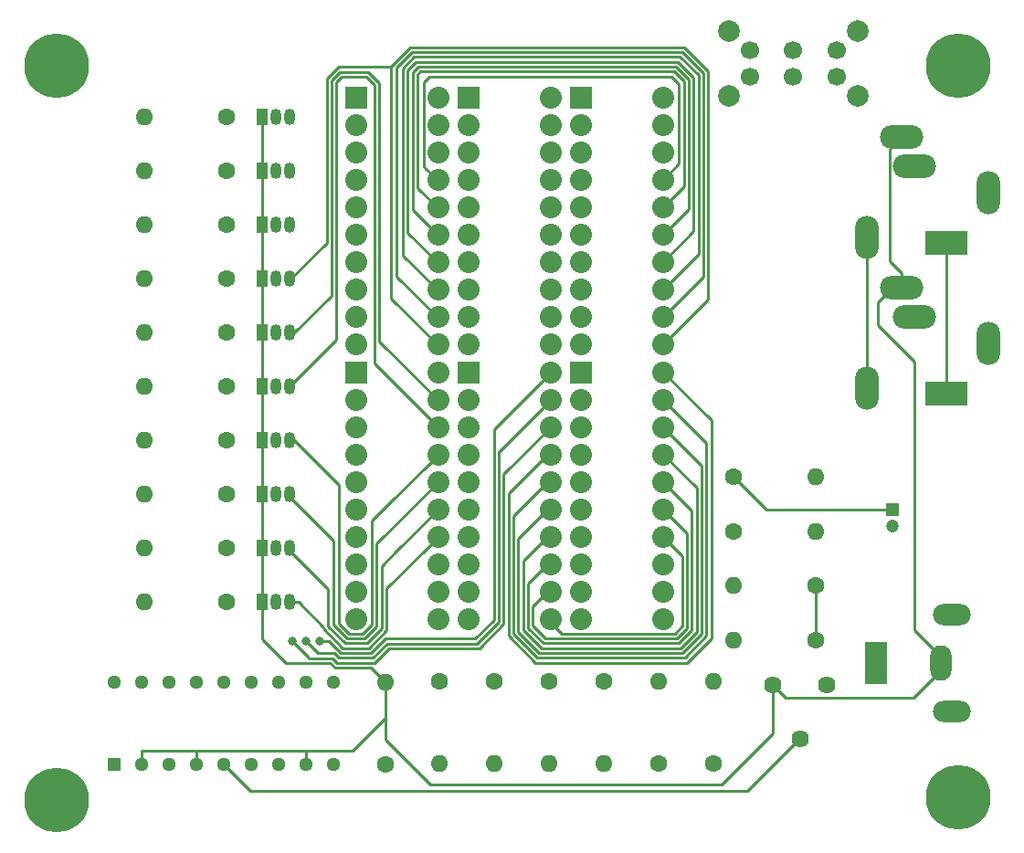
<source format=gbl>
G04 #@! TF.GenerationSoftware,KiCad,Pcbnew,(5.1.0)-1*
G04 #@! TF.CreationDate,2019-05-23T23:37:30-04:00*
G04 #@! TF.ProjectId,KITT Voicebox 12v,4b495454-2056-46f6-9963-65626f782031,rev?*
G04 #@! TF.SameCoordinates,Original*
G04 #@! TF.FileFunction,Copper,L2,Bot*
G04 #@! TF.FilePolarity,Positive*
%FSLAX46Y46*%
G04 Gerber Fmt 4.6, Leading zero omitted, Abs format (unit mm)*
G04 Created by KiCad (PCBNEW (5.1.0)-1) date 2019-05-23 23:37:30*
%MOMM*%
%LPD*%
G04 APERTURE LIST*
%ADD10C,1.700000*%
%ADD11C,2.000000*%
%ADD12C,1.620000*%
%ADD13C,6.000000*%
%ADD14O,1.600000X1.600000*%
%ADD15C,1.600000*%
%ADD16R,1.050000X1.500000*%
%ADD17O,1.050000X1.500000*%
%ADD18C,2.032000*%
%ADD19R,2.032000X2.032000*%
%ADD20R,1.200000X1.200000*%
%ADD21C,1.200000*%
%ADD22R,4.000000X2.200000*%
%ADD23O,2.200000X4.000000*%
%ADD24O,4.000000X2.200000*%
%ADD25R,2.000000X4.000000*%
%ADD26O,2.000000X3.300000*%
%ADD27O,3.500000X2.000000*%
%ADD28R,1.298000X1.298000*%
%ADD29C,1.298000*%
%ADD30C,0.800000*%
%ADD31C,0.250000*%
G04 APERTURE END LIST*
D10*
X169544000Y-48808000D03*
X165544000Y-48808000D03*
X161544000Y-48808000D03*
X169544000Y-51308000D03*
X165544000Y-51308000D03*
X161544000Y-51308000D03*
D11*
X159544000Y-47058000D03*
X171544000Y-47058000D03*
X171544000Y-53058000D03*
X159544000Y-53058000D03*
D12*
X168656000Y-107696000D03*
X166156000Y-112696000D03*
X163656000Y-107696000D03*
D13*
X180848000Y-118110000D03*
X180848000Y-50292000D03*
D14*
X105410000Y-70000000D03*
D15*
X113030000Y-70000000D03*
D16*
X116350000Y-75000000D03*
D17*
X118890000Y-75000000D03*
X117620000Y-75000000D03*
D13*
X97282000Y-118364000D03*
X97282000Y-50292000D03*
D18*
X143060000Y-78700000D03*
X143060000Y-81240000D03*
X143060000Y-83780000D03*
X143060000Y-86320000D03*
X135440000Y-99020000D03*
X135440000Y-101560000D03*
X143060000Y-101560000D03*
X143060000Y-99020000D03*
X135440000Y-96480000D03*
X135440000Y-93940000D03*
X135440000Y-91400000D03*
X135440000Y-88860000D03*
X143060000Y-88860000D03*
X143060000Y-91400000D03*
X143060000Y-93940000D03*
X143060000Y-96480000D03*
X135440000Y-86320000D03*
X135440000Y-83780000D03*
X135440000Y-81240000D03*
D19*
X135440000Y-78700000D03*
D15*
X132715000Y-107315000D03*
D14*
X132715000Y-114935000D03*
D19*
X125000000Y-53190000D03*
D18*
X125000000Y-55730000D03*
X125000000Y-58270000D03*
X125000000Y-60810000D03*
X132620000Y-70970000D03*
X132620000Y-68430000D03*
X132620000Y-65890000D03*
X132620000Y-63350000D03*
X125000000Y-63350000D03*
X125000000Y-65890000D03*
X125000000Y-68430000D03*
X125000000Y-70970000D03*
X132620000Y-73510000D03*
X132620000Y-76050000D03*
X125000000Y-76050000D03*
X125000000Y-73510000D03*
X132620000Y-60810000D03*
X132620000Y-58270000D03*
X132620000Y-55730000D03*
X132620000Y-53190000D03*
D19*
X135440000Y-53190000D03*
D18*
X135440000Y-55730000D03*
X135440000Y-58270000D03*
X135440000Y-60810000D03*
X143060000Y-70970000D03*
X143060000Y-68430000D03*
X143060000Y-65890000D03*
X143060000Y-63350000D03*
X135440000Y-63350000D03*
X135440000Y-65890000D03*
X135440000Y-68430000D03*
X135440000Y-70970000D03*
X143060000Y-73510000D03*
X143060000Y-76050000D03*
X135440000Y-76050000D03*
X135440000Y-73510000D03*
X143060000Y-60810000D03*
X143060000Y-58270000D03*
X143060000Y-55730000D03*
X143060000Y-53190000D03*
D17*
X117620000Y-80000000D03*
X118890000Y-80000000D03*
D16*
X116350000Y-80000000D03*
D18*
X132620000Y-78700000D03*
X132620000Y-81240000D03*
X132620000Y-83780000D03*
X132620000Y-86320000D03*
X125000000Y-99020000D03*
X125000000Y-101560000D03*
X132620000Y-101560000D03*
X132620000Y-99020000D03*
X125000000Y-96480000D03*
X125000000Y-93940000D03*
X125000000Y-91400000D03*
X125000000Y-88860000D03*
X132620000Y-88860000D03*
X132620000Y-91400000D03*
X132620000Y-93940000D03*
X132620000Y-96480000D03*
X125000000Y-86320000D03*
X125000000Y-83780000D03*
X125000000Y-81240000D03*
D19*
X125000000Y-78700000D03*
X145880000Y-53190000D03*
D18*
X145880000Y-55730000D03*
X145880000Y-58270000D03*
X145880000Y-60810000D03*
X153500000Y-70970000D03*
X153500000Y-68430000D03*
X153500000Y-65890000D03*
X153500000Y-63350000D03*
X145880000Y-63350000D03*
X145880000Y-65890000D03*
X145880000Y-68430000D03*
X145880000Y-70970000D03*
X153500000Y-73510000D03*
X153500000Y-76050000D03*
X145880000Y-76050000D03*
X145880000Y-73510000D03*
X153500000Y-60810000D03*
X153500000Y-58270000D03*
X153500000Y-55730000D03*
X153500000Y-53190000D03*
X153500000Y-78700000D03*
X153500000Y-81240000D03*
X153500000Y-83780000D03*
X153500000Y-86320000D03*
X145880000Y-99020000D03*
X145880000Y-101560000D03*
X153500000Y-101560000D03*
X153500000Y-99020000D03*
X145880000Y-96480000D03*
X145880000Y-93940000D03*
X145880000Y-91400000D03*
X145880000Y-88860000D03*
X153500000Y-88860000D03*
X153500000Y-91400000D03*
X153500000Y-93940000D03*
X153500000Y-96480000D03*
X145880000Y-86320000D03*
X145880000Y-83780000D03*
X145880000Y-81240000D03*
D19*
X145880000Y-78700000D03*
D20*
X174752000Y-91440000D03*
D21*
X174752000Y-92940000D03*
D22*
X179705000Y-80645000D03*
D23*
X172405000Y-80145000D03*
D24*
X176805000Y-73545000D03*
X175605000Y-70845000D03*
D23*
X183605000Y-76045000D03*
X183605000Y-62075000D03*
D24*
X175605000Y-56875000D03*
X176805000Y-59575000D03*
D23*
X172405000Y-66175000D03*
D22*
X179705000Y-66675000D03*
D25*
X173228000Y-105664000D03*
D26*
X179228000Y-105664000D03*
D27*
X180228000Y-101164000D03*
X180228000Y-110164000D03*
D16*
X116350000Y-55000000D03*
D17*
X118890000Y-55000000D03*
X117620000Y-55000000D03*
X117620000Y-60000000D03*
X118890000Y-60000000D03*
D16*
X116350000Y-60000000D03*
X116350000Y-65000000D03*
D17*
X118890000Y-65000000D03*
X117620000Y-65000000D03*
X117620000Y-70000000D03*
X118890000Y-70000000D03*
D16*
X116350000Y-70000000D03*
X116350000Y-85000000D03*
D17*
X118890000Y-85000000D03*
X117620000Y-85000000D03*
X117620000Y-90000000D03*
X118890000Y-90000000D03*
D16*
X116350000Y-90000000D03*
X116350000Y-95000000D03*
D17*
X118890000Y-95000000D03*
X117620000Y-95000000D03*
X117620000Y-100000000D03*
X118890000Y-100000000D03*
D16*
X116350000Y-100000000D03*
D14*
X167640000Y-93472000D03*
D15*
X160020000Y-93472000D03*
X160020000Y-88392000D03*
D14*
X167640000Y-88392000D03*
D15*
X127762000Y-115062000D03*
D14*
X127762000Y-107442000D03*
D15*
X113030000Y-55000000D03*
D14*
X105410000Y-55000000D03*
X105410000Y-60000000D03*
D15*
X113030000Y-60000000D03*
X113030000Y-65000000D03*
D14*
X105410000Y-65000000D03*
D15*
X113030000Y-75000000D03*
D14*
X105410000Y-75000000D03*
X105410000Y-80010000D03*
D15*
X113030000Y-80010000D03*
X113030000Y-85000000D03*
D14*
X105410000Y-85000000D03*
X105410000Y-90000000D03*
D15*
X113030000Y-90000000D03*
X113030000Y-95000000D03*
D14*
X105410000Y-95000000D03*
X105410000Y-100000000D03*
D15*
X113030000Y-100000000D03*
X167640000Y-98425000D03*
D14*
X160020000Y-98425000D03*
X158115000Y-107315000D03*
D15*
X158115000Y-114935000D03*
D14*
X142875000Y-114935000D03*
D15*
X142875000Y-107315000D03*
D14*
X160020000Y-103505000D03*
D15*
X167640000Y-103505000D03*
D14*
X137795000Y-114935000D03*
D15*
X137795000Y-107315000D03*
X153035000Y-114935000D03*
D14*
X153035000Y-107315000D03*
D15*
X147955000Y-107315000D03*
D14*
X147955000Y-114935000D03*
D28*
X102616000Y-115062000D03*
D29*
X105156000Y-115062000D03*
X107696000Y-115062000D03*
X110236000Y-115062000D03*
X112776000Y-115062000D03*
X115316000Y-115062000D03*
X117856000Y-115062000D03*
X120396000Y-115062000D03*
X122936000Y-115062000D03*
X122936000Y-107442000D03*
X120396000Y-107442000D03*
X117856000Y-107442000D03*
X115316000Y-107442000D03*
X112776000Y-107442000D03*
X110236000Y-107442000D03*
X107696000Y-107442000D03*
X105156000Y-107442000D03*
X102616000Y-107442000D03*
D30*
X119126000Y-103632000D03*
X120396000Y-103632000D03*
X121666000Y-103632000D03*
D31*
X129349960Y-67849960D02*
X129349960Y-66999960D01*
X132620000Y-71120000D02*
X129349960Y-67849960D01*
X129349960Y-67009960D02*
X129349960Y-66999960D01*
X156751039Y-51901809D02*
X156751041Y-52268959D01*
X156751041Y-51901807D02*
X156751039Y-51901809D01*
X129349960Y-50489718D02*
X130390715Y-49448963D01*
X129349960Y-66999960D02*
X129349960Y-50489718D01*
X130390715Y-49448963D02*
X130861037Y-49448963D01*
X130861037Y-49448963D02*
X130861041Y-49448959D01*
X130861041Y-49448959D02*
X155048189Y-49448959D01*
X156751041Y-51151811D02*
X156751041Y-51901807D01*
X155048189Y-49448959D02*
X156751041Y-51151811D01*
X156751041Y-52268959D02*
X156751041Y-66441041D01*
X140068969Y-94091031D02*
X142760000Y-91400000D01*
X157051038Y-102949284D02*
X155299281Y-104701041D01*
X155299281Y-104701041D02*
X142007129Y-104701041D01*
X142007129Y-104701041D02*
X140068969Y-102762881D01*
X140068969Y-102762881D02*
X140068969Y-94091031D01*
X157051038Y-87331038D02*
X153500000Y-83780000D01*
X157051038Y-102949284D02*
X157051038Y-87331038D01*
X156751041Y-67718959D02*
X156751041Y-67058959D01*
X153500000Y-70970000D02*
X156751041Y-67718959D01*
X156751041Y-67468959D02*
X156751041Y-67058959D01*
X156751041Y-67058959D02*
X156751041Y-66441041D01*
X118890000Y-80000000D02*
X118890000Y-80225000D01*
X123190000Y-75692000D02*
X118890000Y-79992000D01*
X126746000Y-77906000D02*
X126746000Y-52070000D01*
X132620000Y-83780000D02*
X126746000Y-77906000D01*
X118890000Y-79992000D02*
X118890000Y-80000000D01*
X126746000Y-52070000D02*
X125984000Y-51308000D01*
X125984000Y-51308000D02*
X123698000Y-51308000D01*
X123698000Y-51308000D02*
X123190000Y-51816000D01*
X123190000Y-51816000D02*
X123190000Y-75692000D01*
X129799970Y-65759970D02*
X129799970Y-64779970D01*
X132620000Y-68580000D02*
X129799970Y-65759970D01*
X129799970Y-64919970D02*
X129799970Y-64779970D01*
X131417116Y-49898972D02*
X130577116Y-49898972D01*
X131558969Y-49898969D02*
X131417116Y-49898972D01*
X129799970Y-51770030D02*
X129799970Y-64779970D01*
X130577116Y-49898972D02*
X129799970Y-50676118D01*
X129799970Y-50676118D02*
X129799970Y-51770030D01*
X156300030Y-57216118D02*
X156301031Y-57217119D01*
X156301030Y-57082882D02*
X156300030Y-57083882D01*
X156300030Y-57083882D02*
X156300030Y-57216118D01*
X156300030Y-54676118D02*
X156301031Y-54677119D01*
X156301031Y-54677119D02*
X156301030Y-57082882D01*
X156300030Y-54543882D02*
X156300030Y-54676118D01*
X131111028Y-49898972D02*
X131111031Y-49898969D01*
X130577116Y-49898972D02*
X131111028Y-49898972D01*
X131111031Y-49898969D02*
X154861789Y-49898969D01*
X154861789Y-49898969D02*
X156301030Y-51338210D01*
X156301030Y-51338210D02*
X156301030Y-54542882D01*
X156301030Y-54542882D02*
X156300030Y-54543882D01*
X156301031Y-65378969D02*
X156301031Y-64471031D01*
X140518979Y-96181021D02*
X142760000Y-93940000D01*
X140518979Y-102576481D02*
X140518979Y-96181021D01*
X142193529Y-104251031D02*
X140518979Y-102576481D01*
X155112881Y-104251031D02*
X142193529Y-104251031D01*
X156601029Y-102762883D02*
X155112881Y-104251031D01*
X156601029Y-89421029D02*
X156601029Y-90011029D01*
X153500000Y-86320000D02*
X156601029Y-89421029D01*
X156601029Y-90011029D02*
X156601029Y-102762883D01*
X156301031Y-65628969D02*
X156301031Y-64061031D01*
X153500000Y-68430000D02*
X156301031Y-65628969D01*
X156301031Y-57217119D02*
X156301031Y-64061031D01*
X156301031Y-64061031D02*
X156301031Y-64471031D01*
X118890000Y-85000000D02*
X118890000Y-85225000D01*
X131604001Y-87335999D02*
X132620000Y-86320000D01*
X128266000Y-90674000D02*
X131604001Y-87335999D01*
X127691031Y-91248969D02*
X128266000Y-90674000D01*
X119290000Y-85000000D02*
X118890000Y-85000000D01*
X123444000Y-89154000D02*
X119290000Y-85000000D01*
X123444000Y-101988682D02*
X123444000Y-89154000D01*
X128266000Y-90682000D02*
X126492000Y-92456000D01*
X128266000Y-90674000D02*
X128266000Y-90682000D01*
X126492000Y-102052682D02*
X125643681Y-102901001D01*
X125643681Y-102901001D02*
X124356319Y-102901001D01*
X126492000Y-92456000D02*
X126492000Y-102052682D01*
X124356319Y-102901001D02*
X123444000Y-101988682D01*
X130249980Y-63669980D02*
X132620000Y-66040000D01*
X130249980Y-50862518D02*
X130249980Y-63669980D01*
X137548801Y-50348979D02*
X130763517Y-50348981D01*
X130763517Y-50348981D02*
X130249980Y-50862518D01*
X155850020Y-57402518D02*
X155851021Y-57403519D01*
X155850020Y-56897482D02*
X155850020Y-57402518D01*
X155851021Y-56896481D02*
X155850020Y-56897482D01*
X154675389Y-50348979D02*
X155851021Y-51524611D01*
X136028801Y-50348979D02*
X154675389Y-50348979D01*
X155851021Y-51524611D02*
X155851021Y-54356481D01*
X155851021Y-54863519D02*
X155851021Y-56896481D01*
X155851021Y-54356481D02*
X155850020Y-54357482D01*
X155850020Y-54357482D02*
X155850020Y-54862518D01*
X155850020Y-54862518D02*
X155851021Y-54863519D01*
X155851021Y-63288979D02*
X155851021Y-62688979D01*
X140968989Y-98271011D02*
X142760000Y-96480000D01*
X140968989Y-102390081D02*
X140968989Y-98271011D01*
X142379929Y-103801021D02*
X140968989Y-102390081D01*
X154926481Y-103801021D02*
X142379929Y-103801021D01*
X156151020Y-102576482D02*
X154926481Y-103801021D01*
X156151020Y-91511020D02*
X156151020Y-91878980D01*
X153500000Y-88860000D02*
X156151020Y-91511020D01*
X156151020Y-91778980D02*
X156151020Y-91878980D01*
X156151020Y-91878980D02*
X156151020Y-102576482D01*
X155851021Y-63538979D02*
X155851021Y-62448979D01*
X153500000Y-65890000D02*
X155851021Y-63538979D01*
X155851021Y-57403519D02*
X155851021Y-62448979D01*
X155851021Y-62448979D02*
X155851021Y-62688979D01*
X118890000Y-90000000D02*
X118890000Y-90225000D01*
X124169918Y-103351010D02*
X122936000Y-102117092D01*
X125830081Y-103351011D02*
X124169918Y-103351010D01*
X126942009Y-102239083D02*
X125830081Y-103351011D01*
X132620000Y-88860000D02*
X126942009Y-94537991D01*
X126942009Y-94537991D02*
X126942009Y-102239083D01*
X122936000Y-94271000D02*
X121774500Y-93109500D01*
X122936000Y-102117092D02*
X122936000Y-94271000D01*
X118890000Y-90225000D02*
X121774500Y-93109500D01*
X121774500Y-93109500D02*
X121858959Y-93193959D01*
X130699990Y-61579990D02*
X130880000Y-61760000D01*
X130880000Y-61760000D02*
X132620000Y-63500000D01*
X130699991Y-51080009D02*
X130709991Y-51080009D01*
X130699991Y-61579991D02*
X130880000Y-61760000D01*
X130699991Y-51170009D02*
X130699991Y-61579991D01*
X130709991Y-51160009D02*
X130699991Y-51170009D01*
X130709991Y-51080009D02*
X130709991Y-51160009D01*
X155400010Y-57588918D02*
X155401011Y-57589919D01*
X155401011Y-56710081D02*
X155400010Y-56711082D01*
X155401011Y-55049919D02*
X155401011Y-56710081D01*
X155400010Y-55048918D02*
X155401011Y-55049919D01*
X155400010Y-56711082D02*
X155400010Y-57588918D01*
X130709991Y-51080009D02*
X130991011Y-50798989D01*
X154488989Y-50798989D02*
X155401011Y-51711011D01*
X155401011Y-51711011D02*
X155401011Y-54170081D01*
X130991011Y-50798989D02*
X154488989Y-50798989D01*
X155401011Y-54170081D02*
X155400010Y-54171082D01*
X155400010Y-54171082D02*
X155400010Y-55048918D01*
X155401011Y-61198989D02*
X155401011Y-60611011D01*
X141418999Y-100361001D02*
X142760000Y-99020000D01*
X141418999Y-102203681D02*
X141418999Y-100361001D01*
X142566329Y-103351011D02*
X141418999Y-102203681D01*
X154740081Y-103351011D02*
X142566329Y-103351011D01*
X155701011Y-102390081D02*
X154740081Y-103351011D01*
X155701011Y-93601011D02*
X155701011Y-94228989D01*
X153500000Y-91400000D02*
X155701011Y-93601011D01*
X155701011Y-93921011D02*
X155701011Y-94228989D01*
X155701011Y-94228989D02*
X155701011Y-102390081D01*
X155401011Y-61448989D02*
X155401011Y-60088989D01*
X153500000Y-63350000D02*
X155401011Y-61448989D01*
X155401011Y-57589919D02*
X155401011Y-60088989D01*
X155401011Y-60088989D02*
X155401011Y-60611011D01*
X118890000Y-95000000D02*
X118890000Y-95225000D01*
X132620000Y-91400000D02*
X128774000Y-95246000D01*
X123983517Y-103801019D02*
X122428000Y-102245502D01*
X128774000Y-95246000D02*
X128591050Y-95428950D01*
X127392018Y-96627982D02*
X127392018Y-102425484D01*
X128774000Y-95246000D02*
X127392018Y-96627982D01*
X127392018Y-102425484D02*
X126016480Y-103801020D01*
X126016480Y-103801020D02*
X123983517Y-103801019D01*
X122428000Y-98763000D02*
X121179500Y-97514500D01*
X122428000Y-102245502D02*
X122428000Y-98763000D01*
X118890000Y-95225000D02*
X121179500Y-97514500D01*
X121179500Y-97514500D02*
X121408950Y-97743950D01*
X139618960Y-92001040D02*
X142760000Y-88860000D01*
X139618960Y-102949282D02*
X139618960Y-92001040D01*
X128750000Y-69790000D02*
X128750000Y-68520000D01*
X132620000Y-73660000D02*
X128750000Y-69790000D01*
X128750000Y-68520000D02*
X128750000Y-68950000D01*
X142580729Y-105151051D02*
X141820729Y-105151051D01*
X139618960Y-102949282D02*
X141820729Y-105151051D01*
X128750000Y-51203268D02*
X128750000Y-68520000D01*
X128750000Y-50453268D02*
X128750000Y-51203268D01*
X138108001Y-48998949D02*
X130204318Y-48998950D01*
X130204318Y-48998950D02*
X128750000Y-50453268D01*
X136588001Y-48998949D02*
X155234588Y-48998949D01*
X155234588Y-48998949D02*
X157201051Y-50965412D01*
X157201051Y-50965412D02*
X157201051Y-68231051D01*
X142440729Y-105151051D02*
X155485681Y-105151051D01*
X155485681Y-105151051D02*
X157501048Y-103135684D01*
X157501048Y-85241048D02*
X157501048Y-85788952D01*
X153500000Y-81240000D02*
X157501048Y-85241048D01*
X157501048Y-103135684D02*
X157501048Y-85788952D01*
X157201051Y-69808949D02*
X157201051Y-69168949D01*
X153500000Y-73510000D02*
X157201051Y-69808949D01*
X157201051Y-69558949D02*
X157201051Y-69168949D01*
X157201051Y-69168949D02*
X157201051Y-68231051D01*
X118890000Y-75000000D02*
X118890000Y-75225000D01*
X119310000Y-75000000D02*
X118890000Y-75000000D01*
X132620000Y-81240000D02*
X127196010Y-75816010D01*
X127196009Y-51883599D02*
X126170400Y-50857990D01*
X126170400Y-50857990D02*
X123511599Y-50857991D01*
X122739990Y-71570010D02*
X119310000Y-75000000D01*
X127196010Y-75816010D02*
X127196009Y-51883599D01*
X123511599Y-50857991D02*
X122739990Y-51629600D01*
X122739990Y-51629600D02*
X122739990Y-71570010D01*
X118890000Y-70000000D02*
X118890000Y-70225000D01*
X128250000Y-71830000D02*
X132620000Y-76200000D01*
X128250000Y-50316858D02*
X128250000Y-71830000D01*
X138294401Y-48548939D02*
X130017917Y-48548941D01*
X130017917Y-48548941D02*
X128250000Y-50316858D01*
X157651060Y-50779011D02*
X157651061Y-51061061D01*
X136774401Y-48548939D02*
X155420988Y-48548939D01*
X155420988Y-48548939D02*
X157651060Y-50779011D01*
X157651061Y-51061061D02*
X157651061Y-70308939D01*
X139168950Y-103135682D02*
X139168950Y-89911050D01*
X141634329Y-105601061D02*
X139168950Y-103135682D01*
X155672081Y-105601061D02*
X141634329Y-105601061D01*
X157951057Y-103322085D02*
X155672081Y-105601061D01*
X157951057Y-83151057D02*
X157951057Y-83821057D01*
X153500000Y-78700000D02*
X157951057Y-83151057D01*
X157951057Y-83218943D02*
X157951057Y-83821057D01*
X157951057Y-83821057D02*
X157951057Y-103322085D01*
X157651061Y-71898939D02*
X157651061Y-70838939D01*
X153500000Y-76050000D02*
X157651061Y-71898939D01*
X157651061Y-71648939D02*
X157651061Y-70838939D01*
X157651061Y-70838939D02*
X157651061Y-70308939D01*
X139168950Y-89911050D02*
X142760000Y-86320000D01*
X118976000Y-70000000D02*
X118890000Y-70000000D01*
X122289980Y-66686020D02*
X118976000Y-70000000D01*
X122289980Y-51443200D02*
X122289980Y-66686020D01*
X128250000Y-50316858D02*
X123416322Y-50316858D01*
X123416322Y-50316858D02*
X122289980Y-51443200D01*
X131278999Y-59618999D02*
X131430000Y-59770000D01*
X131430000Y-59770000D02*
X132620000Y-60960000D01*
X131278999Y-52828999D02*
X131278999Y-59618999D01*
X131278999Y-52828999D02*
X131278999Y-52698999D01*
X131278999Y-52698999D02*
X131278999Y-52501001D01*
X154950000Y-57775318D02*
X154951001Y-57776319D01*
X154950000Y-56524682D02*
X154950000Y-57775318D01*
X154951001Y-56523681D02*
X154950000Y-56524682D01*
X154951001Y-55236319D02*
X154951001Y-56523681D01*
X154950000Y-55235318D02*
X154951001Y-55236319D01*
X154950000Y-53984682D02*
X154950000Y-55235318D01*
X131278999Y-51751001D02*
X131781001Y-51248999D01*
X131278999Y-52698999D02*
X131278999Y-51751001D01*
X131781001Y-51248999D02*
X154253681Y-51248999D01*
X154253681Y-51248999D02*
X154951001Y-51946319D01*
X154951001Y-51946319D02*
X154951001Y-53983681D01*
X154951001Y-53983681D02*
X154950000Y-53984682D01*
X154951001Y-57776319D02*
X154951001Y-58161001D01*
X155246319Y-102203681D02*
X154548999Y-102901001D01*
X155251001Y-102203681D02*
X155246319Y-102203681D01*
X154548999Y-102901001D02*
X153608999Y-102901001D01*
X154263681Y-102901001D02*
X153608999Y-102901001D01*
X142760000Y-101560000D02*
X142680000Y-101560000D01*
X153608999Y-102901001D02*
X144101001Y-102901001D01*
X144101001Y-102901001D02*
X142760000Y-101560000D01*
X155251001Y-95691001D02*
X155251001Y-96288999D01*
X153500000Y-93940000D02*
X155251001Y-95691001D01*
X155251001Y-96288999D02*
X155251001Y-102203681D01*
X154951001Y-59358999D02*
X154951001Y-58338999D01*
X153500000Y-60810000D02*
X154951001Y-59358999D01*
X154951001Y-59108999D02*
X154951001Y-58338999D01*
X154951001Y-58338999D02*
X154951001Y-58161001D01*
X127842028Y-102611884D02*
X126202879Y-104251029D01*
X127842028Y-98725972D02*
X127842028Y-102611884D01*
X118890000Y-100225000D02*
X118890000Y-100000000D01*
X131604001Y-94963999D02*
X127842028Y-98725972D01*
X131604001Y-94955999D02*
X131604001Y-94963999D01*
X132620000Y-93940000D02*
X131604001Y-94955999D01*
X123797116Y-104251028D02*
X121977990Y-102431902D01*
X126202879Y-104251029D02*
X123797116Y-104251028D01*
X119665000Y-100000000D02*
X118890000Y-100000000D01*
X121977990Y-102312990D02*
X119665000Y-100000000D01*
X121977990Y-102431902D02*
X121977990Y-102312990D01*
X143060000Y-83780000D02*
X138875000Y-87965000D01*
X138875000Y-87965000D02*
X138740020Y-88099980D01*
X123237913Y-105601055D02*
X122811869Y-105175011D01*
X138875000Y-87965000D02*
X138700020Y-88139980D01*
X138700020Y-88139980D02*
X138700020Y-100821980D01*
X126762076Y-105601056D02*
X123237913Y-105601055D01*
X138700020Y-100821980D02*
X138700018Y-102017484D01*
X138700018Y-102017484D02*
X136439482Y-104278020D01*
X136439482Y-104278020D02*
X128085118Y-104278020D01*
X128085118Y-104278020D02*
X126762076Y-105601056D01*
X119126000Y-103632000D02*
X120630989Y-105136989D01*
X122811869Y-105175011D02*
X120630989Y-105175011D01*
X138250010Y-86049990D02*
X138420000Y-85880000D01*
X138250010Y-86740010D02*
X138250010Y-86049990D01*
X138420000Y-85880000D02*
X138290010Y-86009990D01*
X143060000Y-81240000D02*
X138420000Y-85880000D01*
X138250010Y-86570010D02*
X138250010Y-86740010D01*
X138250009Y-101831083D02*
X138250010Y-86740010D01*
X136253082Y-103828010D02*
X138250009Y-101831083D01*
X122998269Y-104725001D02*
X123424314Y-105151046D01*
X123424314Y-105151046D02*
X126575677Y-105151047D01*
X127898719Y-103828010D02*
X136253082Y-103828010D01*
X126575677Y-105151047D02*
X127898719Y-103828010D01*
X121489001Y-104725001D02*
X120396000Y-103632000D01*
X122096999Y-104725001D02*
X121489001Y-104725001D01*
X122096999Y-104725001D02*
X122998269Y-104725001D01*
X142760000Y-78700000D02*
X142760000Y-79255318D01*
X142760000Y-76200000D02*
X142760000Y-75644682D01*
X143060000Y-78700000D02*
X138140000Y-83620000D01*
X138140000Y-83620000D02*
X137840000Y-83920000D01*
X122541678Y-103632000D02*
X121666000Y-103632000D01*
X123610715Y-104701037D02*
X122541678Y-103632000D01*
X137800000Y-83960000D02*
X137800000Y-101644682D01*
X138140000Y-83620000D02*
X137800000Y-83960000D01*
X137800000Y-101644682D02*
X136066682Y-103378000D01*
X136066682Y-103378000D02*
X127712320Y-103378000D01*
X127712320Y-103378000D02*
X126389278Y-104701038D01*
X126389278Y-104701038D02*
X123610715Y-104701037D01*
X145980000Y-102160000D02*
X145380000Y-101560000D01*
X163068000Y-91440000D02*
X174752000Y-91440000D01*
X160020000Y-88392000D02*
X163068000Y-91440000D01*
X179705000Y-68025000D02*
X179705000Y-80645000D01*
X179705000Y-66675000D02*
X179705000Y-68025000D01*
X172405000Y-77895000D02*
X172405000Y-66175000D01*
X172405000Y-80145000D02*
X172405000Y-77895000D01*
X116350000Y-60000000D02*
X116350000Y-55000000D01*
X116350000Y-65000000D02*
X116350000Y-60000000D01*
X116350000Y-60000000D02*
X116350000Y-100000000D01*
X116350000Y-100000000D02*
X116350000Y-100225000D01*
X105156000Y-113792000D02*
X105156000Y-115062000D01*
X110236000Y-113792000D02*
X110236000Y-115062000D01*
X110236000Y-113792000D02*
X105156000Y-113792000D01*
X120396000Y-113792000D02*
X120396000Y-115062000D01*
X120396000Y-113792000D02*
X110236000Y-113792000D01*
X116350000Y-100000000D02*
X116350000Y-103360000D01*
X123051514Y-106051064D02*
X124339065Y-106051065D01*
X116350000Y-103360000D02*
X116350000Y-103423002D01*
X116350000Y-103423002D02*
X118552019Y-105625021D01*
X118552019Y-105625021D02*
X122625469Y-105625021D01*
X122625469Y-105625021D02*
X123051514Y-106051064D01*
X126371065Y-106051065D02*
X127762000Y-107442000D01*
X124339065Y-106051065D02*
X126371065Y-106051065D01*
X127762000Y-112776000D02*
X131906000Y-116920000D01*
X127762000Y-110744000D02*
X124714000Y-113792000D01*
X127762000Y-109474000D02*
X127762000Y-110744000D01*
X120396000Y-113792000D02*
X124714000Y-113792000D01*
X127762000Y-109474000D02*
X127762000Y-112776000D01*
X127762000Y-107442000D02*
X127762000Y-109474000D01*
X179228000Y-105014000D02*
X176784000Y-102570000D01*
X179228000Y-105664000D02*
X179228000Y-105014000D01*
X176784000Y-102570000D02*
X176784000Y-77724000D01*
X174705000Y-70845000D02*
X175605000Y-70845000D01*
X173355000Y-72195000D02*
X174705000Y-70845000D01*
X173355000Y-74295000D02*
X173355000Y-72195000D01*
X176784000Y-77724000D02*
X173355000Y-74295000D01*
X174479990Y-58000010D02*
X175605000Y-56875000D01*
X174479990Y-68369990D02*
X174479990Y-58000010D01*
X175605000Y-69495000D02*
X174479990Y-68369990D01*
X175605000Y-70845000D02*
X175605000Y-69495000D01*
X179228000Y-106314000D02*
X176676001Y-108865999D01*
X179228000Y-105664000D02*
X179228000Y-106314000D01*
X131906000Y-116920000D02*
X157400000Y-116920000D01*
X164825999Y-108865999D02*
X163656000Y-107696000D01*
X176676001Y-108865999D02*
X164825999Y-108865999D01*
X163656000Y-112188000D02*
X158924000Y-116920000D01*
X163656000Y-107696000D02*
X163656000Y-112188000D01*
X157400000Y-116920000D02*
X158924000Y-116920000D01*
X167640000Y-103505000D02*
X167640000Y-98425000D01*
X115189000Y-117475000D02*
X112776000Y-115062000D01*
X119761000Y-117475000D02*
X115189000Y-117475000D01*
X119380000Y-117475000D02*
X119761000Y-117475000D01*
X159259410Y-117475000D02*
X158369000Y-117475000D01*
X119761000Y-117475000D02*
X158369000Y-117475000D01*
X161297000Y-117475000D02*
X160909000Y-117475000D01*
X166076000Y-112696000D02*
X161297000Y-117475000D01*
X159259410Y-117475000D02*
X160909000Y-117475000D01*
M02*

</source>
